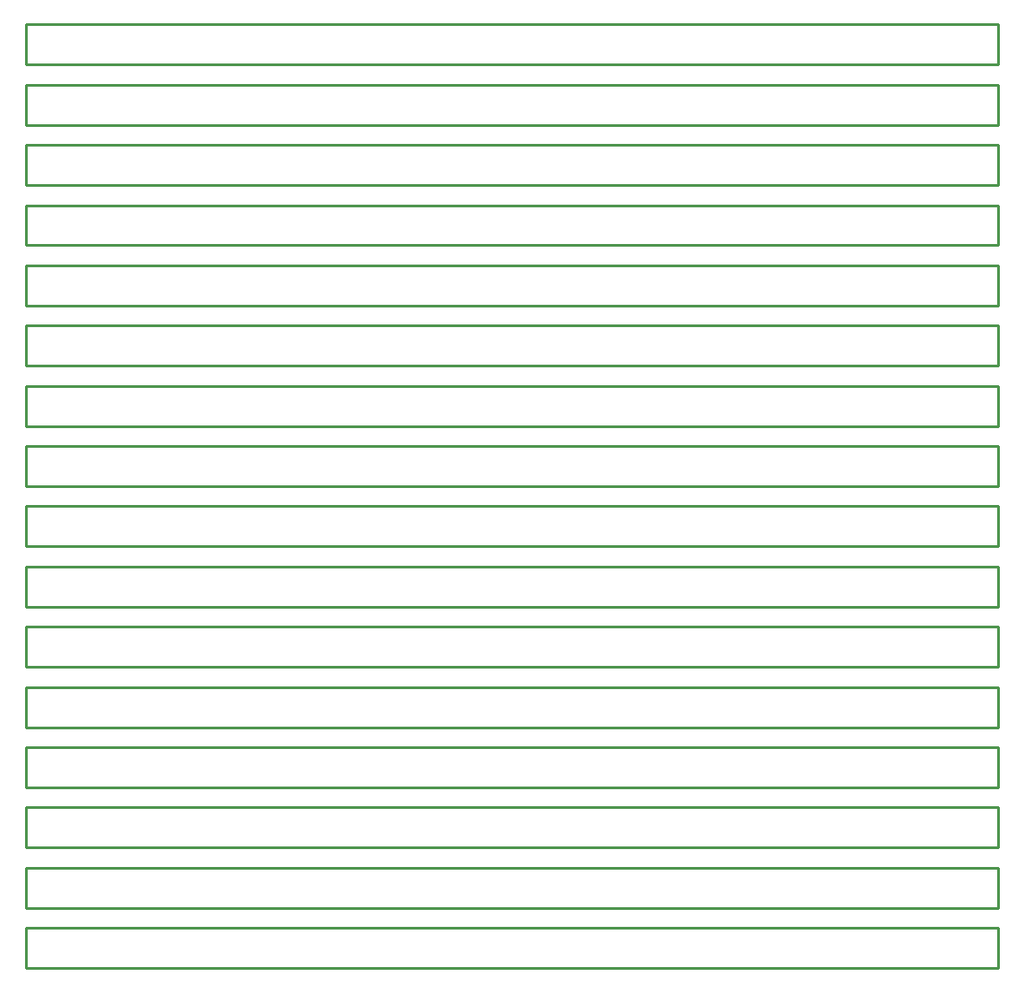
<source format=gbp>
G75*
G70*
%OFA0B0*%
%FSLAX25Y25*%
%IPPOS*%
%LPD*%
%AMOC8*
5,1,8,0,0,1.08239X$1,22.5*
%
%ADD11C,0.01000*%
X0010000Y0010000D02*
G75*
%LPD*%
D11*
X0010000Y0010000D02*
X0010000Y0024960D01*
X0372500Y0024960D01*
X0372500Y0010000D01*
X0010000Y0010000D01*
X0010000Y0032460D02*
G75*
%LPD*%
D11*
X0010000Y0032460D02*
X0010000Y0047420D01*
X0372500Y0047420D01*
X0372500Y0032460D01*
X0010000Y0032460D01*
X0010000Y0054920D02*
G75*
%LPD*%
D11*
X0010000Y0054920D02*
X0010000Y0069880D01*
X0372500Y0069880D01*
X0372500Y0054920D01*
X0010000Y0054920D01*
X0010000Y0077380D02*
G75*
%LPD*%
D11*
X0010000Y0077380D02*
X0010000Y0092340D01*
X0372500Y0092340D01*
X0372500Y0077380D01*
X0010000Y0077380D01*
X0010000Y0099840D02*
G75*
%LPD*%
D11*
X0010000Y0099840D02*
X0010000Y0114800D01*
X0372500Y0114800D01*
X0372500Y0099840D01*
X0010000Y0099840D01*
X0010000Y0122300D02*
G75*
%LPD*%
D11*
X0010000Y0122300D02*
X0010000Y0137260D01*
X0372500Y0137260D01*
X0372500Y0122300D01*
X0010000Y0122300D01*
X0010000Y0144760D02*
G75*
%LPD*%
D11*
X0010000Y0144760D02*
X0010000Y0159720D01*
X0372500Y0159720D01*
X0372500Y0144760D01*
X0010000Y0144760D01*
X0010000Y0167220D02*
G75*
%LPD*%
D11*
X0010000Y0167220D02*
X0010000Y0182180D01*
X0372500Y0182180D01*
X0372500Y0167220D01*
X0010000Y0167220D01*
X0010000Y0189680D02*
G75*
%LPD*%
D11*
X0010000Y0189680D02*
X0010000Y0204640D01*
X0372500Y0204640D01*
X0372500Y0189680D01*
X0010000Y0189680D01*
X0010000Y0212140D02*
G75*
%LPD*%
D11*
X0010000Y0212140D02*
X0010000Y0227100D01*
X0372500Y0227100D01*
X0372500Y0212140D01*
X0010000Y0212140D01*
X0010000Y0234600D02*
G75*
%LPD*%
D11*
X0010000Y0234600D02*
X0010000Y0249560D01*
X0372500Y0249560D01*
X0372500Y0234600D01*
X0010000Y0234600D01*
X0010000Y0257060D02*
G75*
%LPD*%
D11*
X0010000Y0257060D02*
X0010000Y0272020D01*
X0372500Y0272020D01*
X0372500Y0257060D01*
X0010000Y0257060D01*
X0010000Y0279520D02*
G75*
%LPD*%
D11*
X0010000Y0279520D02*
X0010000Y0294480D01*
X0372500Y0294480D01*
X0372500Y0279520D01*
X0010000Y0279520D01*
X0010000Y0301980D02*
G75*
%LPD*%
D11*
X0010000Y0301980D02*
X0010000Y0316940D01*
X0372500Y0316940D01*
X0372500Y0301980D01*
X0010000Y0301980D01*
X0010000Y0324440D02*
G75*
%LPD*%
D11*
X0010000Y0324440D02*
X0010000Y0339400D01*
X0372500Y0339400D01*
X0372500Y0324440D01*
X0010000Y0324440D01*
X0010000Y0346900D02*
G75*
%LPD*%
D11*
X0010000Y0346900D02*
X0010000Y0361860D01*
X0372500Y0361860D01*
X0372500Y0346900D01*
X0010000Y0346900D01*
M02*

</source>
